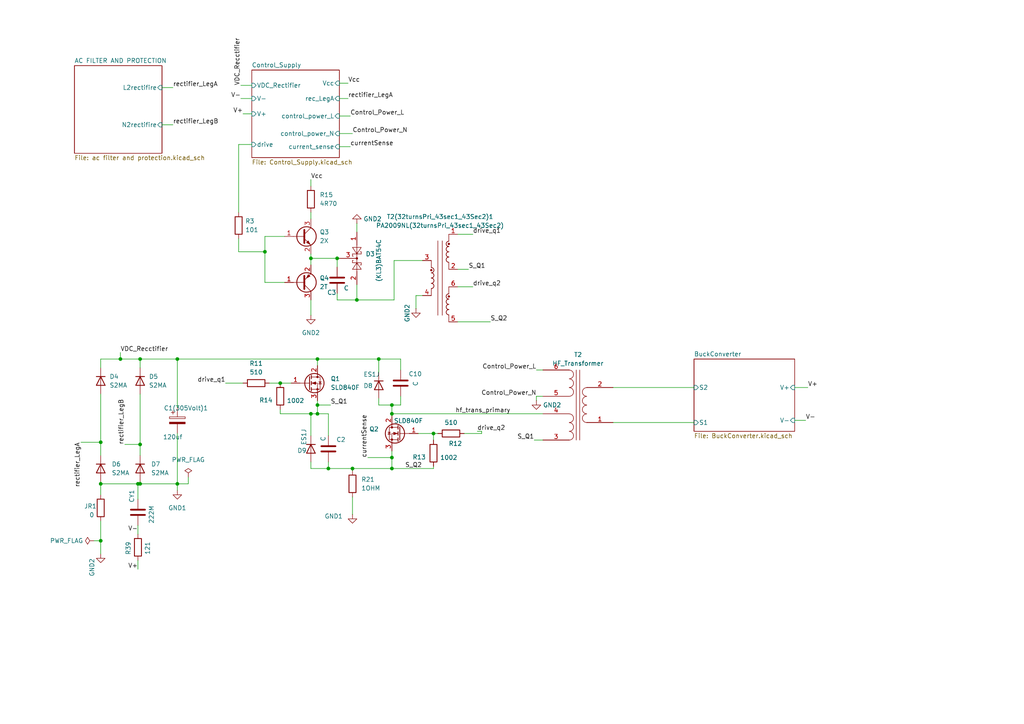
<source format=kicad_sch>
(kicad_sch (version 20250114) (generator "eeschema") (generator_version "9.0")
  (paper "A4")
  (title_block (title "DC POWER SUPPLY") (date "2025-09-29") (rev "v1") (company "PERSONAL PROJECT"))
  (lib_symbols
    (symbol "Device:C" (pin_numbers (hide yes)) (pin_names (offset 0.254))
      (property "Reference" "C" (at 0.635 2.54 0))
      (property "Value" "C" (at 0.635 -2.54 0))
      (symbol "C_0_1"
        (polyline (pts (xy -2.032 0.762) (xy 2.032 0.762)) (stroke (width 0.508)))
        (polyline (pts (xy -2.032 -0.762) (xy 2.032 -0.762)) (stroke (width 0.508)))
      )
      (symbol "C_1_1"
        (pin passive line (at 0 3.81 270) (length 2.794) (name "~") (number "1"))
        (pin passive line (at 0 -3.81 90) (length 2.794) (name "~") (number "2"))
      )
    )
    (symbol "Device:C_Polarized" (pin_numbers (hide yes)) (pin_names (offset 0.254))
      (property "Reference" "C" (at 0.635 2.54 0))
      (property "Value" "C_Polarized" (at 0.635 -2.54 0))
      (symbol "C_Polarized_0_1"
        (rectangle (start -2.286 0.508) (end 2.286 1.016))
        (polyline (pts (xy -1.778 2.286) (xy -0.762 2.286)))
        (polyline (pts (xy -1.27 2.794) (xy -1.27 1.778)))
        (rectangle (start 2.286 -0.508) (end -2.286 -1.016) (fill (type outline)))
      )
      (symbol "C_Polarized_1_1"
        (pin passive line (at 0 3.81 270) (length 2.794) (name "~") (number "1"))
        (pin passive line (at 0 -3.81 90) (length 2.794) (name "~") (number "2"))
      )
    )
    (symbol "Device:R" (pin_numbers (hide yes)) (pin_names (offset 0))
      (property "Reference" "R" (at 2.032 0 90))
      (property "Value" "R" (at 0 0 90))
      (symbol "R_0_1"
        (rectangle (start -1.016 -2.54) (end 1.016 2.54) (stroke (width 0.254)))
      )
      (symbol "R_1_1"
        (pin passive line (at 0 3.81 270) (length 1.27) (name "~") (number "1"))
        (pin passive line (at 0 -3.81 90) (length 1.27) (name "~") (number "2"))
      )
    )
    (symbol "Diode:BAT54C" (pin_names (offset 1.016))
      (property "Reference" "D" (at 0.635 -3.81 0))
      (property "Value" "BAT54C" (at -6.35 3.175 0))
      (symbol "BAT54C_0_1"
        (polyline (pts (xy -3.175 -1.27) (xy -3.175 1.27) (xy -1.27 0) (xy -3.175 -1.27)))
        (polyline (pts (xy -1.905 1.27) (xy -1.905 1.016)))
        (polyline (pts (xy -1.905 0) (xy 1.905 0)))
        (polyline (pts (xy -1.27 1.27) (xy -1.905 1.27)))
        (polyline (pts (xy -1.27 1.27) (xy -1.27 -1.27)))
        (polyline (pts (xy -1.27 0) (xy -3.81 0)))
        (polyline (pts (xy -1.27 -1.27) (xy -0.635 -1.27)))
        (polyline (pts (xy -0.635 -1.27) (xy -0.635 -1.016)))
        (circle (center 0 0) (radius 0.254) (fill (type outline)))
        (polyline (pts (xy 0.635 -1.27) (xy 0.635 -1.016)))
        (polyline (pts (xy 1.27 1.27) (xy 1.27 -1.27)))
        (polyline (pts (xy 1.27 1.27) (xy 1.905 1.27)))
        (polyline (pts (xy 1.27 -1.27) (xy 0.635 -1.27)))
        (polyline (pts (xy 1.905 1.27) (xy 1.905 1.016)))
        (polyline (pts (xy 3.175 -1.27) (xy 3.175 1.27) (xy 1.27 0) (xy 3.175 -1.27)))
        (polyline (pts (xy 3.81 0) (xy 1.27 0)))
      )
      (symbol "BAT54C_1_1"
        (pin passive line (at -7.62 0 0) (length 3.81) (name "~") (number "1"))
        (pin passive line (at 0 -5.08 90) (length 5.08) (name "~") (number "3"))
        (pin passive line (at 7.62 0 180) (length 3.81) (name "~") (number "2"))
      )
    )
    (symbol "Diode:US2MA" (pin_numbers (hide yes)) (pin_names (hide yes))
      (property "Reference" "D" (at 0 2.54 0))
      (property "Value" "US2MA" (at 0 -2.54 0))
      (symbol "US2MA_0_1"
        (polyline (pts (xy -1.27 1.27) (xy -1.27 -1.27)) (stroke (width 0.254)))
        (polyline (pts (xy 1.27 1.27) (xy 1.27 -1.27) (xy -1.27 0) (xy 1.27 1.27)) (stroke (width 0.254)))
        (polyline (pts (xy 1.27 0) (xy -1.27 0)))
      )
      (symbol "US2MA_1_1"
        (pin passive line (at -3.81 0 0) (length 2.54) (name "K") (number "1"))
        (pin passive line (at 3.81 0 180) (length 2.54) (name "A") (number "2"))
      )
    )
    (symbol "IC:HF_Transformer" (pin_names (offset 1.016) (hide yes))
      (property "Reference" "T2" (at 0 -14.605 0))
      (property "Value" "HF_Transformer" (at 0 -12.065 0))
      (symbol "HF_Transformer_0_1"
        (arc (start -1.27 3.81) (mid -1.656 2.9336) (end -2.54 2.5654))
        (arc (start -1.27 1.27) (mid -1.656 0.3936) (end -2.54 0.0254))
        (arc (start -1.27 -1.27) (mid -1.656 -2.1464) (end -2.54 -2.5146))
        (arc (start -1.27 -3.81) (mid -1.656 -4.6864) (end -2.54 -5.0546))
        (arc (start -2.54 5.08) (mid -1.642 4.708) (end -1.27 3.81))
        (arc (start -2.54 2.54) (mid -1.642 2.168) (end -1.27 1.27))
        (arc (start -2.54 0) (mid -1.642 -0.372) (end -1.27 -1.27))
        (arc (start -2.54 -2.54) (mid -1.642 -2.912) (end -1.27 -3.81))
        (polyline (pts (xy -0.508 -10.16) (xy -0.508 10.16)))
        (polyline (pts (xy 0.508 10.16) (xy 0.508 -10.16)))
        (arc (start 1.2954 8.89) (mid 1.6457 9.7917) (end 2.54 10.16))
        (arc (start 1.2954 6.35) (mid 1.6457 7.2517) (end 2.54 7.62))
        (arc (start 1.2954 3.81) (mid 1.6457 4.7117) (end 2.54 5.08))
        (arc (start 1.2954 -3.81) (mid 1.6457 -2.9083) (end 2.54 -2.54))
        (arc (start 1.2954 -6.35) (mid 1.6457 -5.4483) (end 2.54 -5.08))
        (arc (start 1.2954 -8.89) (mid 1.6457 -7.9883) (end 2.54 -7.62))
        (arc (start 2.54 7.6454) (mid 1.6599 8.0099) (end 1.2954 8.89))
        (arc (start 2.54 5.1054) (mid 1.6599 5.4699) (end 1.2954 6.35))
        (arc (start 2.54 2.5654) (mid 1.6599 2.9299) (end 1.2954 3.81))
        (arc (start 2.54 -5.0546) (mid 1.6599 -4.6901) (end 1.2954 -3.81))
        (arc (start 2.54 -7.5946) (mid 1.6599 -7.2301) (end 1.2954 -6.35))
        (arc (start 2.54 -10.1346) (mid 1.6599 -9.7701) (end 1.2954 -8.89))
      )
      (symbol "HF_Transformer_1_1"
        (pin passive line (at -10.16 5.08 0) (length 7.62) (name "s1") (number "1"))
        (pin passive line (at -10.16 -5.08 0) (length 7.62) (name "s2") (number "2"))
        (pin passive line (at 10.16 10.16 180) (length 7.62) (name "p1") (number "3"))
        (pin passive line (at 10.16 2.54 180) (length 7.62) (name "p2") (number "4"))
        (pin passive line (at 10.16 -2.54 180) (length 7.62) (name "ControlPWR1") (number "5"))
        (pin passive line (at 10.16 -10.16 180) (length 7.62) (name "controlPWR2") (number "6"))
      )
    )
    (symbol "Transformer:PA2009NL" (pin_names (hide yes))
      (property "Reference" "T2(32turnsPri_43sec1_43Sec2)1" (at 0 17.78 0))
      (property "Value" "PA2009NL(32turnsPri_43sec1_43Sec2)" (at 0 15.24 0))
      (symbol "PA2009NL_0_1"
        (arc (start -2.54 1.524) (mid -1.7813 0.762) (end -2.54 0) (stroke (width 0.2032)))
        (arc (start -2.54 0) (mid -1.7813 -0.762) (end -2.54 -1.524) (stroke (width 0.2032)))
        (arc (start -2.54 -1.524) (mid -1.7813 -2.286) (end -2.54 -3.048) (stroke (width 0.2032)))
        (polyline (pts (xy -2.54 5.08) (xy -2.54 3.048)))
        (circle (center -2.54 2.286) (radius 0.254) (fill (type outline)))
        (polyline (pts (xy -2.54 -3.048) (xy -2.54 -5.08)))
        (polyline (pts (xy -0.635 10.795) (xy -0.635 -10.795)))
        (polyline (pts (xy 0.635 10.795) (xy 0.635 -10.795)))
        (polyline (pts (xy 2.54 12.7) (xy 2.54 10.668)))
        (circle (center 2.54 9.906) (radius 0.254) (fill (type outline)))
        (polyline (pts (xy 2.54 4.572) (xy 2.54 2.54)))
        (polyline (pts (xy 2.54 -2.54) (xy 2.54 -4.572)))
        (circle (center 2.54 -5.334) (radius 0.254) (fill (type outline)))
        (polyline (pts (xy 2.54 -10.668) (xy 2.54 -12.7)))
        (arc (start 2.54 9.144) (mid 1.7813 9.906) (end 2.54 10.668) (stroke (width 0.2032)))
        (arc (start 2.54 7.62) (mid 1.7813 8.382) (end 2.54 9.144) (stroke (width 0.2032)))
        (arc (start 2.54 6.096) (mid 1.7813 6.858) (end 2.54 7.62) (stroke (width 0.2032)))
        (arc (start 2.54 4.572) (mid 1.7813 5.334) (end 2.54 6.096) (stroke (width 0.2032)))
        (arc (start 2.54 -6.096) (mid 1.7813 -5.334) (end 2.54 -4.572) (stroke (width 0.2032)))
        (arc (start 2.54 -7.62) (mid 1.7813 -6.858) (end 2.54 -6.096) (stroke (width 0.2032)))
        (arc (start 2.54 -9.144) (mid 1.7813 -8.382) (end 2.54 -7.62) (stroke (width 0.2032)))
        (arc (start 2.54 -10.668) (mid 1.7813 -9.906) (end 2.54 -9.144) (stroke (width 0.2032)))
      )
      (symbol "PA2009NL_1_1"
        (arc (start -2.54 3.048) (mid -1.7813 2.286) (end -2.54 1.524) (stroke (width 0.2032)))
        (pin passive line (at -5.08 5.08 0) (length 2.54) (name "~") (number "3"))
        (pin passive line (at -5.08 -5.08 0) (length 2.54) (name "~") (number "4"))
        (pin passive line (at 5.08 12.7 180) (length 2.54) (name "~") (number "1"))
        (pin passive line (at 5.08 2.54 180) (length 2.54) (name "~") (number "2"))
        (pin passive line (at 5.08 -2.54 180) (length 2.54) (name "~") (number "6"))
        (pin passive line (at 5.08 -12.7 180) (length 2.54) (name "~") (number "5"))
      )
    )
    (symbol "Transistor_BJT:MMBT3904" (pin_names (offset 0) (hide yes))
      (property "Reference" "Q" (at 5.08 1.905 0))
      (property "Value" "MMBT3904" (at 5.08 0 0))
      (symbol "MMBT3904_0_1"
        (polyline (pts (xy -2.54 0) (xy 0.635 0)))
        (polyline (pts (xy 0.635 1.905) (xy 0.635 -1.905)) (stroke (width 0.508)))
        (circle (center 1.27 0) (radius 2.8194) (stroke (width 0.254)))
      )
      (symbol "MMBT3904_1_1"
        (polyline (pts (xy 0.635 0.635) (xy 2.54 2.54)))
        (polyline (pts (xy 0.635 -0.635) (xy 2.54 -2.54)))
        (polyline (pts (xy 1.27 -1.778) (xy 1.778 -1.27) (xy 2.286 -2.286) (xy 1.27 -1.778)) (fill (type outline)))
        (pin input line (at -5.08 0 0) (length 2.54) (name "B") (number "1"))
        (pin passive line (at 2.54 5.08 270) (length 2.54) (name "C") (number "3"))
        (pin passive line (at 2.54 -5.08 90) (length 2.54) (name "E") (number "2"))
      )
    )
    (symbol "Transistor_BJT:MMBTA94" (pin_names (offset 0) (hide yes))
      (property "Reference" "Q" (at 5.08 1.905 0))
      (property "Value" "MMBTA94" (at 5.08 0 0))
      (symbol "MMBTA94_0_1"
        (polyline (pts (xy -2.54 0) (xy 0.635 0)))
        (polyline (pts (xy 0.635 1.905) (xy 0.635 -1.905)) (stroke (width 0.508)))
        (polyline (pts (xy 0.635 0.635) (xy 2.54 2.54)))
        (polyline (pts (xy 0.635 -0.635) (xy 2.54 -2.54)))
        (circle (center 1.27 0) (radius 2.8194) (stroke (width 0.254)))
        (polyline (pts (xy 2.286 -1.778) (xy 1.778 -2.286) (xy 1.27 -1.27) (xy 2.286 -1.778)) (fill (type outline)))
      )
      (symbol "MMBTA94_1_1"
        (pin input line (at -5.08 0 0) (length 2.54) (name "B") (number "1"))
        (pin passive line (at 2.54 5.08 270) (length 2.54) (name "C") (number "3"))
        (pin passive line (at 2.54 -5.08 90) (length 2.54) (name "E") (number "2"))
      )
    )
    (symbol "Transistor_FET:Q_NMOS_GDS" (pin_names (offset 0) (hide yes))
      (property "Reference" "Q" (at 5.08 1.905 0))
      (property "Value" "Q_NMOS_GDS" (at 5.08 0 0))
      (symbol "Q_NMOS_GDS_0_1"
        (polyline (pts (xy 0.254 1.905) (xy 0.254 -1.905)) (stroke (width 0.254)))
        (polyline (pts (xy 0.254 0) (xy -2.54 0)))
        (polyline (pts (xy 0.762 2.286) (xy 0.762 1.27)) (stroke (width 0.254)))
        (polyline (pts (xy 0.762 0.508) (xy 0.762 -0.508)) (stroke (width 0.254)))
        (polyline (pts (xy 0.762 -1.27) (xy 0.762 -2.286)) (stroke (width 0.254)))
        (polyline (pts (xy 0.762 -1.778) (xy 3.302 -1.778) (xy 3.302 1.778) (xy 0.762 1.778)))
        (polyline (pts (xy 1.016 0) (xy 2.032 0.381) (xy 2.032 -0.381) (xy 1.016 0)) (fill (type outline)))
        (circle (center 1.651 0) (radius 2.794) (stroke (width 0.254)))
        (polyline (pts (xy 2.54 2.54) (xy 2.54 1.778)))
        (circle (center 2.54 1.778) (radius 0.254) (fill (type outline)))
        (circle (center 2.54 -1.778) (radius 0.254) (fill (type outline)))
        (polyline (pts (xy 2.54 -2.54) (xy 2.54 0) (xy 0.762 0)))
        (polyline (pts (xy 2.921 0.381) (xy 3.683 0.381)))
        (polyline (pts (xy 3.302 0.381) (xy 2.921 -0.254) (xy 3.683 -0.254) (xy 3.302 0.381)))
      )
      (symbol "Q_NMOS_GDS_1_1"
        (pin input line (at -5.08 0 0) (length 2.54) (name "G") (number "1"))
        (pin passive line (at 2.54 5.08 270) (length 2.54) (name "D") (number "2"))
        (pin passive line (at 2.54 -5.08 90) (length 2.54) (name "S") (number "3"))
      )
    )
    (symbol "power:GND1" (power) (pin_numbers (hide yes)) (pin_names (offset 0) (hide yes))
      (property "Value" "GND1" (at 0 -3.81 0))
      (symbol "GND1_0_1"
        (polyline (pts (xy 0 0) (xy 0 -1.27) (xy 1.27 -1.27) (xy 0 -2.54) (xy -1.27 -1.27) (xy 0 -1.27)))
      )
      (symbol "GND1_1_1"
        (pin power_in line (at 0 0 270) (length 0) (name "~") (number "1"))
      )
    )
    (symbol "power:GND2" (power) (pin_numbers (hide yes)) (pin_names (offset 0) (hide yes))
      (property "Value" "GND2" (at 0 -3.81 0))
      (symbol "GND2_0_1"
        (polyline (pts (xy 0 0) (xy 0 -1.27) (xy 1.27 -1.27) (xy 0 -2.54) (xy -1.27 -1.27) (xy 0 -1.27)))
      )
      (symbol "GND2_1_1"
        (pin power_in line (at 0 0 270) (length 0) (name "~") (number "1"))
      )
    )
    (symbol "power:PWR_FLAG" (power) (pin_numbers (hide yes)) (pin_names (offset 0) (hide yes))
      (property "Value" "PWR_FLAG" (at 0 3.81 0))
      (symbol "PWR_FLAG_0_0"
        (pin power_out line (at 0 0 90) (length 0) (name "~") (number "1"))
      )
      (symbol "PWR_FLAG_0_1"
        (polyline (pts (xy 0 0) (xy 0 1.27) (xy -1.016 1.905) (xy 0 2.54) (xy 1.016 1.905) (xy 0 1.27)))
      )
    )
  )
  (junction (at 92.075 117.475))
  (junction (at 92.075 120.015))
  (junction (at 34.925 104.14))
  (junction (at 40.64 128.905))
  (junction (at 29.21 156.845))
  (junction (at 113.665 117.475))
  (junction (at 90.17 120.015))
  (junction (at 113.665 135.89))
  (junction (at 51.435 140.335))
  (junction (at 125.73 125.73))
  (junction (at 40.005 140.335))
  (junction (at 102.235 135.89))
  (junction (at 95.25 135.89))
  (junction (at 92.075 104.14))
  (junction (at 29.21 140.335))
  (junction (at 113.665 132.715))
  (junction (at 40.64 140.335))
  (junction (at 51.435 104.14))
  (junction (at 90.17 74.93))
  (junction (at 103.505 86.995))
  (junction (at 97.79 74.93))
  (junction (at 109.855 104.14))
  (junction (at 81.28 111.125))
  (junction (at 76.835 73.025))
  (junction (at 29.21 128.27))
  (junction (at 113.665 120.015))
  (junction (at 40.64 104.14))
  (wire (pts (xy 98.425 28.575) (xy 100.965 28.575)))
  (wire (pts (xy 40.005 162.56) (xy 40.005 165.1)))
  (wire (pts (xy 120.65 85.725) (xy 120.65 89.535)))
  (wire (pts (xy 113.665 117.475) (xy 113.665 120.015)))
  (wire (pts (xy 155.575 116.205) (xy 155.575 114.935)))
  (wire (pts (xy 29.21 140.335) (xy 29.21 143.51)))
  (wire (pts (xy 98.425 24.13) (xy 100.965 24.13)))
  (wire (pts (xy 114.3 86.995) (xy 103.505 86.995)))
  (wire (pts (xy 102.235 144.145) (xy 102.235 149.225)))
  (wire (pts (xy 132.715 93.345) (xy 142.24 93.345)))
  (wire (pts (xy 113.665 132.715) (xy 113.665 135.89)))
  (wire (pts (xy 69.85 28.575) (xy 73.025 28.575)))
  (wire (pts (xy 95.25 126.365) (xy 95.25 120.015)))
  (wire (pts (xy 76.835 81.915) (xy 82.55 81.915)))
  (wire (pts (xy 40.64 128.905) (xy 40.64 132.08)))
  (wire (pts (xy 122.555 75.565) (xy 114.3 75.565)))
  (wire (pts (xy 54.61 140.335) (xy 51.435 140.335)))
  (wire (pts (xy 70.485 111.125) (xy 65.405 111.125)))
  (wire (pts (xy 40.64 140.335) (xy 40.64 139.7)))
  (wire (pts (xy 69.85 24.765) (xy 73.025 24.765)))
  (wire (pts (xy 92.075 116.205) (xy 92.075 117.475)))
  (wire (pts (xy 92.075 104.14) (xy 109.855 104.14)))
  (wire (pts (xy 54.61 138.43) (xy 54.61 140.335)))
  (wire (pts (xy 109.855 104.14) (xy 116.205 104.14)))
  (wire (pts (xy 230.505 121.92) (xy 233.68 121.92)))
  (wire (pts (xy 90.17 135.89) (xy 95.25 135.89)))
  (wire (pts (xy 90.17 61.595) (xy 90.17 63.5)))
  (wire (pts (xy 29.21 106.68) (xy 29.21 104.14)))
  (wire (pts (xy 90.17 120.015) (xy 92.075 120.015)))
  (wire (pts (xy 81.28 118.745) (xy 81.28 120.015)))
  (wire (pts (xy 29.21 128.27) (xy 29.21 132.08)))
  (wire (pts (xy 46.99 25.4) (xy 50.165 25.4)))
  (wire (pts (xy 36.195 128.905) (xy 40.64 128.905)))
  (wire (pts (xy 113.665 117.475) (xy 116.205 117.475)))
  (wire (pts (xy 98.425 42.545) (xy 101.6 42.545)))
  (wire (pts (xy 46.99 36.195) (xy 50.165 36.195)))
  (wire (pts (xy 97.79 74.93) (xy 97.79 77.47)))
  (wire (pts (xy 29.21 140.335) (xy 40.005 140.335)))
  (wire (pts (xy 81.28 120.015) (xy 90.17 120.015)))
  (wire (pts (xy 73.025 41.91) (xy 69.215 41.91)))
  (wire (pts (xy 27.305 156.845) (xy 29.21 156.845)))
  (wire (pts (xy 154.94 127.635) (xy 157.48 127.635)))
  (wire (pts (xy 97.79 85.09) (xy 97.79 86.995)))
  (wire (pts (xy 109.855 117.475) (xy 109.855 115.57)))
  (wire (pts (xy 125.73 135.89) (xy 125.73 135.255)))
  (wire (pts (xy 102.235 135.89) (xy 113.665 135.89)))
  (wire (pts (xy 139.7 125.095) (xy 138.43 125.095)))
  (wire (pts (xy 51.435 140.335) (xy 51.435 142.24)))
  (wire (pts (xy 51.435 118.11) (xy 51.435 104.14)))
  (wire (pts (xy 29.21 114.3) (xy 29.21 128.27)))
  (wire (pts (xy 90.17 74.93) (xy 90.17 76.835)))
  (wire (pts (xy 95.25 135.89) (xy 95.25 133.985)))
  (wire (pts (xy 90.17 86.995) (xy 90.17 91.44)))
  (wire (pts (xy 29.21 156.845) (xy 29.21 160.655)))
  (wire (pts (xy 97.79 74.93) (xy 98.425 74.93)))
  (wire (pts (xy 125.73 125.73) (xy 125.73 127.635)))
  (wire (pts (xy 177.8 112.395) (xy 201.295 112.395)))
  (wire (pts (xy 90.17 52.07) (xy 90.17 53.975)))
  (wire (pts (xy 155.575 107.315) (xy 157.48 107.315)))
  (wire (pts (xy 97.79 86.995) (xy 103.505 86.995)))
  (wire (pts (xy 40.005 140.335) (xy 40.64 140.335)))
  (wire (pts (xy 109.855 117.475) (xy 113.665 117.475)))
  (wire (pts (xy 95.885 117.475) (xy 92.075 117.475)))
  (wire (pts (xy 135.89 78.105) (xy 132.715 78.105)))
  (wire (pts (xy 120.65 85.725) (xy 122.555 85.725)))
  (wire (pts (xy 69.215 41.91) (xy 69.215 61.595)))
  (wire (pts (xy 90.17 73.66) (xy 90.17 74.93)))
  (wire (pts (xy 34.925 104.14) (xy 40.64 104.14)))
  (wire (pts (xy 90.17 126.365) (xy 90.17 120.015)))
  (wire (pts (xy 40.64 104.14) (xy 40.64 106.68)))
  (wire (pts (xy 103.505 64.77) (xy 103.505 67.31)))
  (wire (pts (xy 76.835 73.025) (xy 76.835 81.915)))
  (wire (pts (xy 155.575 114.935) (xy 157.48 114.935)))
  (wire (pts (xy 40.64 114.3) (xy 40.64 128.905)))
  (wire (pts (xy 29.21 140.335) (xy 29.21 139.7)))
  (wire (pts (xy 76.835 68.58) (xy 76.835 73.025)))
  (wire (pts (xy 116.205 114.935) (xy 116.205 117.475)))
  (wire (pts (xy 139.7 125.095) (xy 139.7 125.73)))
  (wire (pts (xy 34.925 102.235) (xy 34.925 104.14)))
  (wire (pts (xy 69.215 73.025) (xy 76.835 73.025)))
  (wire (pts (xy 78.105 111.125) (xy 81.28 111.125)))
  (wire (pts (xy 23.495 128.27) (xy 29.21 128.27)))
  (wire (pts (xy 29.21 104.14) (xy 34.925 104.14)))
  (wire (pts (xy 132.715 67.945) (xy 137.16 67.945)))
  (wire (pts (xy 113.665 130.81) (xy 113.665 132.715)))
  (wire (pts (xy 81.28 111.125) (xy 84.455 111.125)))
  (wire (pts (xy 121.285 125.73) (xy 125.73 125.73)))
  (wire (pts (xy 40.005 152.4) (xy 40.005 154.94)))
  (wire (pts (xy 98.425 38.735) (xy 102.235 38.735)))
  (wire (pts (xy 95.25 135.89) (xy 102.235 135.89)))
  (wire (pts (xy 113.665 120.015) (xy 157.48 120.015)))
  (wire (pts (xy 177.8 122.555) (xy 201.295 122.555)))
  (wire (pts (xy 51.435 104.14) (xy 40.64 104.14)))
  (wire (pts (xy 51.435 125.73) (xy 51.435 140.335)))
  (wire (pts (xy 109.855 104.14) (xy 109.855 107.95)))
  (wire (pts (xy 103.505 82.55) (xy 103.505 86.995)))
  (wire (pts (xy 125.73 125.73) (xy 127 125.73)))
  (wire (pts (xy 102.235 135.89) (xy 102.235 136.525)))
  (wire (pts (xy 98.425 33.655) (xy 101.6 33.655)))
  (wire (pts (xy 139.7 125.73) (xy 134.62 125.73)))
  (wire (pts (xy 230.505 112.395) (xy 234.315 112.395)))
  (wire (pts (xy 82.55 68.58) (xy 76.835 68.58)))
  (wire (pts (xy 40.005 144.78) (xy 40.005 140.335)))
  (wire (pts (xy 114.3 75.565) (xy 114.3 86.995)))
  (wire (pts (xy 92.075 106.045) (xy 92.075 104.14)))
  (wire (pts (xy 51.435 104.14) (xy 92.075 104.14)))
  (wire (pts (xy 70.485 33.02) (xy 73.025 33.02)))
  (wire (pts (xy 69.215 69.215) (xy 69.215 73.025)))
  (wire (pts (xy 125.73 135.89) (xy 113.665 135.89)))
  (wire (pts (xy 90.17 74.93) (xy 97.79 74.93)))
  (wire (pts (xy 29.21 151.13) (xy 29.21 156.845)))
  (wire (pts (xy 116.205 104.14) (xy 116.205 107.315)))
  (wire (pts (xy 90.17 135.89) (xy 90.17 133.985)))
  (wire (pts (xy 106.68 132.715) (xy 113.665 132.715)))
  (wire (pts (xy 40.64 140.335) (xy 51.435 140.335)))
  (wire (pts (xy 113.665 120.015) (xy 113.665 120.65)))
  (wire (pts (xy 92.075 120.015) (xy 95.25 120.015)))
  (wire (pts (xy 92.075 117.475) (xy 92.075 120.015)))
  (wire (pts (xy 132.715 83.185) (xy 137.16 83.185)))
  (label "rectifier_LegB" (at 50.165 36.195 0))
  (label "rectifier_LegA" (at 50.165 25.4 0))
  (label "Control_Power_L" (at 155.575 107.315 180))
  (label "currentSense" (at 101.6 42.545 0))
  (label "hf_trans_primary" (at 132.08 120.015 0))
  (label "rectifier_LegB" (at 36.195 128.905 90))
  (label "V+" (at 234.315 112.395 0))
  (label "V-" (at 233.68 121.92 0))
  (label "drive_q1" (at 137.16 67.945 0))
  (label "Control_Power_N" (at 155.575 114.935 180))
  (label "Vcc" (at 90.17 52.07 0))
  (label "V-" (at 69.85 28.575 180))
  (label "Vcc" (at 100.965 24.13 0))
  (label "S_Q2" (at 117.475 135.89 0))
  (label "drive_q2" (at 137.16 83.185 0))
  (label "drive_q1" (at 65.405 111.125 180))
  (label "V-" (at 40.005 154.305 180))
  (label "S_Q1" (at 95.885 117.475 0))
  (label "S_Q1" (at 154.94 127.635 180))
  (label "V+" (at 40.005 165.1 180))
  (label "S_Q2" (at 142.24 93.345 0))
  (label "drive_q2" (at 138.43 125.095 0))
  (label "currentSense" (at 106.68 132.715 90))
  (label "rectifier_LegA" (at 100.965 28.575 0))
  (label "V+" (at 70.485 33.02 180))
  (label "Control_Power_N" (at 102.235 38.735 0))
  (label "Control_Power_L" (at 101.6 33.655 0))
  (label "VDC_Recctifier" (at 34.925 102.235 0))
  (label "S_Q1" (at 135.89 78.105 0))
  (label "rectifier_LegA" (at 23.495 128.27 270))
  (label "VDC_Recctifier" (at 69.85 24.765 90))
  (symbol (lib_id "power:PWR_FLAG") (at 27.305 156.845 90) (unit 1)
    (property "Reference" "#FLG02" (effects (hide yes)))
    (property "Value" "PWR_FLAG" (at 24.13 156.8449 90) (effects (justify left)))
    (property "Description" "Special symbol for telling ERC where power comes from" (effects (hide yes)))
  )
  (symbol (lib_id "Device:R") (at 40.005 158.75 180) (unit 1)
    (property "Reference" "R39" (at 37.211 159.004 90))
    (property "Value" "121" (at 42.799 159.004 90))
    (property "Footprint" "Resistor_SMD:R_0402_1005Metric" (effects (hide yes)))
    (property "Description" "Resistor" (effects (hide yes)))
  )
  (symbol (lib_id "Device:R") (at 69.215 65.405 180) (unit 1)
    (property "Reference" "R3" (at 71.12 64.1349 0) (effects (justify right)))
    (property "Value" "101" (at 71.12 66.6749 0) (effects (justify right)))
    (property "Footprint" "Resistor_SMD:R_0402_1005Metric" (effects (hide yes)))
    (property "Description" "Resistor" (effects (hide yes)))
  )
  (symbol (lib_id "Transistor_BJT:MMBT3904") (at 87.63 68.58 0) (unit 1)
    (property "Reference" "Q3" (at 92.71 67.3099 0) (effects (justify left)))
    (property "Value" "2X" (at 92.71 69.8499 0) (effects (justify left)))
    (property "Footprint" "Package_TO_SOT_SMD:SOT-23" (effects (hide yes)))
    (property "Datasheet" "https://www.onsemi.com/pdf/datasheet/pzt3904-d.pdf" (effects (hide yes)))
    (property "Description" "0.2A Ic, 40V Vce, Small Signal NPN Transistor, SOT-23" (effects (hide yes)))
  )
  (symbol (lib_id "Transformer:PA2009NL") (at 127.635 80.645 0) (unit 1)
    (property "Reference" "T2(32turnsPri_43sec1_43Sec2)1" (at 127.635 62.865 0))
    (property "Value" "PA2009NL(32turnsPri_43sec1_43Sec2)" (at 127.635 65.405 0))
    (property "Footprint" "Transformer_SMD:Pulse_PA2004NL" (effects (hide yes)))
    (property "Datasheet" "https://productfinder.pulseeng.com/products/datasheets/P663.pdf" (effects (hide yes)))
    (property "Description" "SMT Gate Drive Transformer, 2.5:1:1" (effects (hide yes)))
  )
  (symbol (lib_id "Device:C") (at 95.25 130.175 0) (unit 1)
    (property "Reference" "C2" (at 97.536 127.508 0) (effects (justify left)))
    (property "Value" "C" (at 93.726 128.016 90) (effects (justify left)))
    (property "Footprint" "Capacitor_THT:C_Disc_D4.7mm_W2.5mm_P5.00mm" (effects (hide yes)))
    (property "Datasheet" "https://www.mouser.com/catalog/supplier/library/pdf/MurataHighVoltageCeramic.pdf" (effects (hide yes)))
    (property "Description" "Unpolarized capacitor" (effects (hide yes)))
  )
  (symbol (lib_id "Diode:US2MA") (at 40.64 135.89 270) (unit 1)
    (property "Reference" "D7" (at 43.815 134.6199 90) (effects (justify left)))
    (property "Value" "S2MA" (at 43.815 137.1599 90) (effects (justify left)))
    (property "Footprint" "Diode_SMD:D_SMA" (effects (hide yes)))
    (property "Datasheet" "https://www.onsemi.com/pub/Collateral/US2AA-D.PDF" (effects (hide yes)))
    (property "Description" "1000V, 1.5A, General Purpose Rectifier Diode, SMA(DO-214AC)" (effects (hide yes)))
    (property "Sim.Device" "D" (effects (hide yes)))
    (property "Sim.Pins" "1=K 2=A" (effects (hide yes)))
  )
  (symbol (lib_id "Transistor_FET:Q_NMOS_GDS") (at 116.205 125.73 0) (mirror y) (unit 1)
    (property "Reference" "Q2" (at 109.855 124.4599 0) (effects (justify left)))
    (property "Value" "SLD840F" (at 122.682 122.047 0) (effects (justify left)))
    (property "Footprint" "Package_TO_SOT_SMD:TO-252-2" (effects (hide yes)))
    (property "Datasheet" "https://www.alldatasheet.com/datasheet-pdf/view/1135474/MAPLESMI/SLD840F.html" (effects (hide yes)))
    (property "Description" "N-MOSFET transistor, gate/drain/source" (effects (hide yes)))
  )
  (symbol (lib_id "Transistor_FET:Q_NMOS_GDS") (at 89.535 111.125 0) (unit 1)
    (property "Reference" "Q1" (at 95.885 109.8549 0) (effects (justify left)))
    (property "Value" "SLD840F" (at 95.885 112.3949 0) (effects (justify left)))
    (property "Footprint" "Package_TO_SOT_SMD:TO-252-2" (effects (hide yes)))
    (property "Datasheet" "https://www.alldatasheet.com/datasheet-pdf/view/1135474/MAPLESMI/SLD840F.html" (effects (hide yes)))
    (property "Description" "N-MOSFET transistor, gate/drain/source" (effects (hide yes)))
  )
  (symbol (lib_id "Device:R") (at 74.295 111.125 90) (unit 1)
    (property "Reference" "R11" (at 74.295 105.41 90))
    (property "Value" "510" (at 74.295 107.95 90))
    (property "Footprint" "Resistor_SMD:R_0402_1005Metric" (effects (hide yes)))
    (property "Description" "Resistor" (effects (hide yes)))
  )
  (symbol (lib_id "Device:R") (at 29.21 147.32 0) (unit 1)
    (property "Reference" "JR1" (at 24.384 146.812 0) (effects (justify left)))
    (property "Value" "0" (at 25.908 149.352 0) (effects (justify left)))
    (property "Footprint" "Resistor_SMD:R_0603_1608Metric" (effects (hide yes)))
    (property "Description" "Resistor" (effects (hide yes)))
  )
  (symbol (lib_id "Diode:US2MA") (at 40.64 110.49 270) (unit 1)
    (property "Reference" "D5" (at 43.18 109.2199 90) (effects (justify left)))
    (property "Value" "S2MA" (at 43.18 111.7599 90) (effects (justify left)))
    (property "Footprint" "Diode_SMD:D_SMA" (effects (hide yes)))
    (property "Datasheet" "https://www.onsemi.com/pub/Collateral/US2AA-D.PDF" (effects (hide yes)))
    (property "Description" "1000V, 1.5A, General Purpose Rectifier Diode, SMA(DO-214AC)" (effects (hide yes)))
    (property "Sim.Device" "D" (effects (hide yes)))
    (property "Sim.Pins" "1=K 2=A" (effects (hide yes)))
  )
  (symbol (lib_id "power:PWR_FLAG") (at 54.61 138.43 0) (unit 1)
    (property "Reference" "#FLG01" (effects (hide yes)))
    (property "Value" "PWR_FLAG" (at 54.61 133.35 0))
    (property "Description" "Special symbol for telling ERC where power comes from" (effects (hide yes)))
  )
  (symbol (lib_id "power:GND1") (at 102.235 149.225 0) (unit 1)
    (property "Reference" "#PWR05" (effects (hide yes)))
    (property "Value" "GND1" (at 96.774 149.733 0))
    (property "Description" "Power symbol creates a global label with name \"GND1\" , ground" (effects (hide yes)))
  )
  (symbol (lib_id "Transistor_BJT:MMBTA94") (at 87.63 81.915 0) (mirror x) (unit 1)
    (property "Reference" "Q4" (at 92.71 80.6449 0) (effects (justify left)))
    (property "Value" "2T" (at 92.71 83.1849 0) (effects (justify left)))
    (property "Footprint" "Package_TO_SOT_SMD:SOT-23" (effects (hide yes)))
    (property "Datasheet" "https://diotec.com/request/datasheet/mmbta92.pdf" (effects (hide yes)))
    (property "Description" "0.3A Ic, 400V Vce, PNP High Voltage Transistor, SOT-23" (effects (hide yes)))
  )
  (symbol (lib_id "power:GND1") (at 51.435 142.24 0) (unit 1)
    (property "Reference" "#PWR04" (effects (hide yes)))
    (property "Value" "GND1" (at 51.435 147.32 0))
    (property "Description" "Power symbol creates a global label with name \"GND1\" , ground" (effects (hide yes)))
  )
  (symbol (lib_id "power:GND1") (at 103.505 64.77 180) (unit 1)
    (property "Reference" "#PWR06" (effects (hide yes)))
    (property "Value" "GND2" (at 105.41 63.4999 0) (effects (justify right)))
    (property "Description" "Power symbol creates a global label with name \"GND1\" , ground" (effects (hide yes)))
  )
  (symbol (lib_id "IC:HF_Transformer") (at 167.64 117.475 180) (unit 1)
    (property "Reference" "T2" (at 167.64 102.87 0))
    (property "Value" "HF_Transformer" (at 167.64 105.41 0))
    (property "Footprint" "ic:HF_Transformer" (effects (hide yes)))
    (property "Description" "Transformer, single primary, dual secondary" (effects (hide yes)))
  )
  (symbol (lib_id "Device:R") (at 81.28 114.935 180) (unit 1)
    (property "Reference" "R14" (at 75.184 116.078 0) (effects (justify right)))
    (property "Value" "1002" (at 83.185 116.2049 0) (effects (justify right)))
    (property "Footprint" "Resistor_SMD:R_0402_1005Metric" (effects (hide yes)))
    (property "Description" "Resistor" (effects (hide yes)))
  )
  (symbol (lib_id "Diode:US2MA") (at 29.21 110.49 270) (unit 1)
    (property "Reference" "D4" (at 31.75 109.2199 90) (effects (justify left)))
    (property "Value" "S2MA" (at 31.75 111.7599 90) (effects (justify left)))
    (property "Footprint" "Diode_SMD:D_SMA" (effects (hide yes)))
    (property "Datasheet" "https://www.onsemi.com/pub/Collateral/US2AA-D.PDF" (effects (hide yes)))
    (property "Description" "1000V, 1.5A, General Purpose Rectifier Diode, SMA(DO-214AC)" (effects (hide yes)))
    (property "Sim.Device" "D" (effects (hide yes)))
    (property "Sim.Pins" "1=K 2=A" (effects (hide yes)))
  )
  (symbol (lib_id "power:GND2") (at 155.575 116.205 0) (unit 1)
    (property "Reference" "#PWR016" (effects (hide yes)))
    (property "Value" "GND2" (at 157.48 117.4749 0) (effects (justify left)))
    (property "Description" "Power symbol creates a global label with name \"GND2\" , ground" (effects (hide yes)))
  )
  (symbol (lib_id "Diode:US2MA") (at 29.21 135.89 270) (unit 1)
    (property "Reference" "D6" (at 32.385 134.6199 90) (effects (justify left)))
    (property "Value" "S2MA" (at 32.385 137.1599 90) (effects (justify left)))
    (property "Footprint" "Diode_SMD:D_SMA" (effects (hide yes)))
    (property "Datasheet" "https://www.onsemi.com/pub/Collateral/US2AA-D.PDF" (effects (hide yes)))
    (property "Description" "1000V, 1.5A, General Purpose Rectifier Diode, SMA(DO-214AC)" (effects (hide yes)))
    (property "Sim.Device" "D" (effects (hide yes)))
    (property "Sim.Pins" "1=K 2=A" (effects (hide yes)))
  )
  (symbol (lib_id "Device:R") (at 102.235 140.335 0) (unit 1)
    (property "Reference" "R21" (at 104.775 139.0649 0) (effects (justify left)))
    (property "Value" "1OHM" (at 104.775 141.6049 0) (effects (justify left)))
    (property "Footprint" "Resistor_THT:R_Axial_DIN0414_L11.9mm_D4.5mm_P15.24mm_Horizontal" (effects (hide yes)))
    (property "Description" "Resistor" (effects (hide yes)))
  )
  (symbol (lib_id "Diode:US2MA") (at 109.855 111.76 270) (unit 1)
    (property "Reference" "D8" (at 105.41 111.887 90) (effects (justify left)))
    (property "Value" "ES1J" (at 105.41 108.585 90) (effects (justify left)))
    (property "Footprint" "Diode_SMD:D_SMA" (effects (hide yes)))
    (property "Datasheet" "https://www.digchip.com/datasheets/parts/datasheet/161/ES1J-pdf.php" (effects (hide yes)))
    (property "Description" "1000V, 1.5A, General Purpose Rectifier Diode, SMA(DO-214AC)" (effects (hide yes)))
    (property "Sim.Device" "D" (effects (hide yes)))
    (property "Sim.Pins" "1=K 2=A" (effects (hide yes)))
  )
  (symbol (lib_id "Device:R") (at 125.73 131.445 180) (unit 1)
    (property "Reference" "R13" (at 119.634 132.588 0) (effects (justify right)))
    (property "Value" "1002" (at 127.635 132.7149 0) (effects (justify right)))
    (property "Footprint" "Resistor_SMD:R_0603_1608Metric" (effects (hide yes)))
    (property "Description" "Resistor" (effects (hide yes)))
  )
  (symbol (lib_id "Device:R") (at 130.81 125.73 90) (unit 1)
    (property "Reference" "R12" (at 132.08 128.651 90))
    (property "Value" "510" (at 130.81 122.555 90))
    (property "Footprint" "Resistor_SMD:R_0603_1608Metric" (effects (hide yes)))
    (property "Description" "Resistor" (effects (hide yes)))
  )
  (symbol (lib_id "power:GND2") (at 120.65 89.535 0) (unit 1)
    (property "Reference" "#PWR014" (effects (hide yes)))
    (property "Value" "GND2" (at 118.11 93.472 90) (effects (justify left)))
    (property "Description" "Power symbol creates a global label with name \"GND2\" , ground" (effects (hide yes)))
  )
  (symbol (lib_id "Diode:US2MA") (at 90.17 130.175 270) (unit 1)
    (property "Reference" "D9" (at 86.233 130.683 90) (effects (justify left)))
    (property "Value" "ES1J" (at 88.138 124.333 0) (effects (justify left)))
    (property "Footprint" "Diode_SMD:D_SMA" (effects (hide yes)))
    (property "Datasheet" "https://www.digchip.com/datasheets/parts/datasheet/161/ES1J-pdf.php" (effects (hide yes)))
    (property "Description" "1000V, 1.5A, General Purpose Rectifier Diode, SMA(DO-214AC)" (effects (hide yes)))
    (property "Sim.Device" "D" (effects (hide yes)))
    (property "Sim.Pins" "1=K 2=A" (effects (hide yes)))
  )
  (symbol (lib_id "Device:C_Polarized") (at 51.435 121.92 0) (unit 1)
    (property "Reference" "C1(305Volt)1" (at 47.498 118.364 0) (effects (justify left)))
    (property "Value" "120uf" (at 47.244 126.746 0) (effects (justify left)))
    (property "Footprint" "Capacitor_THT:CP_Radial_D16.0mm_P7.50mm" (effects (hide yes)))
    (property "Description" "Polarized capacitor" (effects (hide yes)))
  )
  (symbol (lib_id "Device:C") (at 40.005 148.59 0) (unit 1)
    (property "Reference" "CY1" (at 38.227 145.796 90) (effects (justify left)))
    (property "Value" "222M" (at 43.942 151.892 90) (effects (justify left)))
    (property "Footprint" "Capacitor_THT:C_Axial_L3.8mm_D2.6mm_P7.50mm_Horizontal" (effects (hide yes)))
    (property "Datasheet" "https://www.mouser.com/catalog/supplier/library/pdf/MurataHighVoltageCeramic.pdf" (effects (hide yes)))
    (property "Description" "Unpolarized capacitor" (effects (hide yes)))
  )
  (symbol (lib_id "Device:C") (at 97.79 81.28 180) (unit 1)
    (property "Reference" "C3" (at 94.869 84.836 0) (effects (justify right)))
    (property "Value" "C" (at 99.695 83.566 0) (effects (justify right)))
    (property "Footprint" "Capacitor_SMD:C_0201_0603Metric" (effects (hide yes)))
    (property "Description" "Unpolarized capacitor" (effects (hide yes)))
  )
  (symbol (lib_id "Device:C") (at 116.205 111.125 0) (unit 1)
    (property "Reference" "C10" (at 118.491 108.458 0) (effects (justify left)))
    (property "Value" "C" (at 120.523 112.014 90) (effects (justify left)))
    (property "Footprint" "Capacitor_THT:C_Disc_D4.7mm_W2.5mm_P5.00mm" (effects (hide yes)))
    (property "Datasheet" "https://www.mouser.com/catalog/supplier/library/pdf/MurataHighVoltageCeramic.pdf" (effects (hide yes)))
    (property "Description" "Unpolarized capacitor" (effects (hide yes)))
  )
  (symbol (lib_id "power:GND2") (at 29.21 160.655 0) (unit 1)
    (property "Reference" "#PWR011" (effects (hide yes)))
    (property "Value" "GND2" (at 26.67 161.9251 90) (effects (justify right)))
    (property "Description" "Power symbol creates a global label with name \"GND2\" , ground" (effects (hide yes)))
  )
  (symbol (lib_id "Diode:BAT54C") (at 103.505 74.93 270) (unit 1)
    (property "Reference" "D3" (at 106.045 73.6599 90) (effects (justify left)))
    (property "Value" "(KL3)BAT54C" (at 109.855 69.342 0) (effects (justify left)))
    (property "Footprint" "Package_TO_SOT_SMD:SOT-23" (effects (hide yes)))
    (property "Datasheet" "http://www.diodes.com/_files/datasheets/ds11005.pdf" (effects (hide yes)))
    (property "Description" "dual schottky barrier diode, common cathode" (effects (hide yes)))
  )
  (symbol (lib_id "power:GND2") (at 90.17 91.44 0) (unit 1)
    (property "Reference" "#PWR013" (effects (hide yes)))
    (property "Value" "GND2" (at 90.17 96.52 0))
    (property "Description" "Power symbol creates a global label with name \"GND2\" , ground" (effects (hide yes)))
  )
  (symbol (lib_id "Device:R") (at 90.17 57.785 0) (unit 1)
    (property "Reference" "R15" (at 92.71 56.5149 0) (effects (justify left)))
    (property "Value" "4R70" (at 92.71 59.0549 0) (effects (justify left)))
    (property "Footprint" "Resistor_SMD:R_0603_1608Metric" (effects (hide yes)))
    (property "Description" "Resistor" (effects (hide yes)))
  )
  (sheet (at 201.295 104.14) (size 29.21 20.955) (stroke (width 0.1524))
    (property "Sheetname" "BuckConverter" (at 201.295 103.4284 0) (effects (justify left bottom)))
    (property "Sheetfile" "BuckConverter.kicad_sch" (at 201.295 125.6796 0) (effects (justify left top)))
    (pin "V+" input (at 230.505 112.395 0))
    (pin "V-" input (at 230.505 121.92 0))
    (pin "S1" input (at 201.295 122.555 180))
    (pin "S2" input (at 201.295 112.395 180))
  )
  (sheet (at 73.025 20.32) (size 25.4 25.4) (stroke (width 0.1524))
    (property "Sheetname" "Control_Supply" (at 73.025 19.6084 0) (effects (justify left bottom)))
    (property "Sheetfile" "Control_Supply.kicad_sch" (at 73.025 46.3046 0) (effects (justify left top)))
    (pin "control_power_L" input (at 98.425 33.655 0))
    (pin "control_power_N" input (at 98.425 38.735 0))
    (pin "Vcc" input (at 98.425 24.13 0))
    (pin "current_sense" input (at 98.425 42.545 0))
    (pin "V+" input (at 73.025 33.02 180))
    (pin "V-" input (at 73.025 28.575 180))
    (pin "VDC_Rectifier" input (at 73.025 24.765 180))
    (pin "drive" input (at 73.025 41.91 180))
    (pin "rec_LegA" input (at 98.425 28.575 0))
  )
  (sheet (at 21.59 19.05) (size 25.4 25.4) (stroke (width 0.1524))
    (property "Sheetname" "AC FILTER AND PROTECTION" (at 21.59 18.3384 0) (effects (justify left bottom)))
    (property "Sheetfile" "ac filter and protection.kicad_sch" (at 21.59 45.0346 0) (effects (justify left top)))
    (pin "L2rectifire" input (at 46.99 25.4 0))
    (pin "N2rectifire" input (at 46.99 36.195 0))
  )
)
</source>
